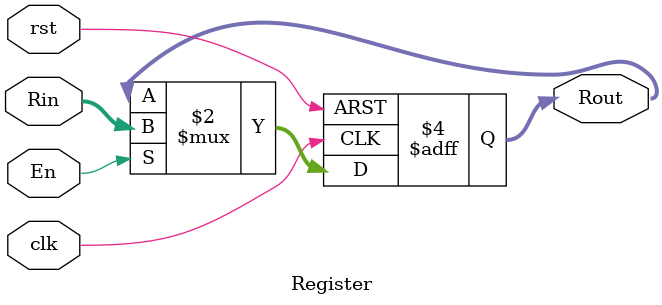
<source format=v>
`timescale 1ns / 1ps

module Register(
input [7:0] Rin,
input En,
input clk,
input rst,
output reg [7:0] Rout
    );
    

always @(posedge clk or posedge rst) begin
    if(rst)
        Rout <= 8'd0;
    else
    begin
        if(En)
            begin
            Rout <= Rin;
            end
    end
end
endmodule

</source>
